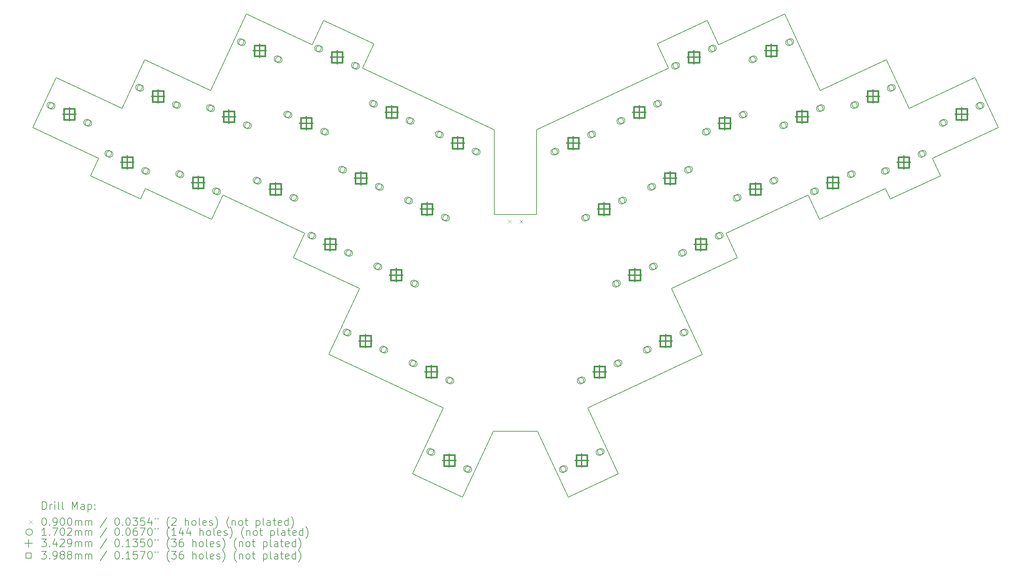
<source format=gbr>
%FSLAX45Y45*%
G04 Gerber Fmt 4.5, Leading zero omitted, Abs format (unit mm)*
G04 Created by KiCad (PCBNEW (5.99.0-13010-g08938463f1)) date 2021-12-30 23:19:25*
%MOMM*%
%LPD*%
G01*
G04 APERTURE LIST*
%TA.AperFunction,Profile*%
%ADD10C,0.150000*%
%TD*%
%ADD11C,0.200000*%
%ADD12C,0.090000*%
%ADD13C,0.170180*%
%ADD14C,0.342900*%
%ADD15C,0.398780*%
G04 APERTURE END LIST*
D10*
X11303259Y-14889868D02*
X12106234Y-13167883D01*
X4335537Y-7447930D02*
X6057521Y-8250904D01*
X21918470Y-8250904D02*
X23640454Y-7447930D01*
X1392992Y-5855123D02*
X3114977Y-6658098D01*
X23640454Y-7447930D02*
X23767240Y-7719822D01*
X13411317Y-13776453D02*
X14564674Y-13776453D01*
X19287048Y-3696256D02*
X21009033Y-2893281D01*
X18057598Y-10051258D02*
X19779583Y-9248283D01*
X14537995Y-5910776D02*
X14537995Y-8124032D01*
X19287048Y-3696256D02*
X18991216Y-3061840D01*
X9994026Y-4304826D02*
X10289859Y-3670411D01*
X23767240Y-7719822D02*
X25072323Y-7111252D01*
X19483750Y-8613868D02*
X21622637Y-7616489D01*
X18991216Y-3061840D02*
X17686132Y-3670411D01*
X6966958Y-2893281D02*
X8688943Y-3696256D01*
X21009033Y-2893281D02*
X21938793Y-4887158D01*
X13437995Y-8124032D02*
X13437995Y-5910776D01*
X21622637Y-7616489D02*
X21918470Y-8250904D01*
X17686132Y-3670411D02*
X17981965Y-4304826D01*
X4208751Y-7719822D02*
X4335537Y-7447930D01*
X8492241Y-8613868D02*
X8196408Y-9248283D01*
X14537995Y-5910776D02*
X17981965Y-4304826D01*
X19779583Y-9248283D02*
X19483750Y-8613868D01*
X2001563Y-4550040D02*
X1392992Y-5855123D01*
X6037198Y-4887158D02*
X6966958Y-2893281D01*
X11303259Y-14889868D02*
X12608342Y-15498438D01*
X6057521Y-8250904D02*
X6353354Y-7616489D01*
X8196408Y-9248283D02*
X9918393Y-10051258D01*
X24861014Y-6658098D02*
X26582999Y-5855123D01*
X4315213Y-4084184D02*
X6037198Y-4887158D01*
X23660778Y-4084184D02*
X24252444Y-5353015D01*
X26582999Y-5855123D02*
X25974428Y-4550040D01*
X14564674Y-13776453D02*
X15367649Y-15498438D01*
X24252444Y-5353015D02*
X25974428Y-4550040D01*
X6353354Y-7616489D02*
X8492241Y-8613868D01*
X9994026Y-4304826D02*
X13437995Y-5910776D01*
X3723547Y-5353015D02*
X4315213Y-4084184D01*
X25072323Y-7111252D02*
X24861014Y-6658098D01*
X15869757Y-13167883D02*
X18860573Y-11773243D01*
X21938793Y-4887158D02*
X23660778Y-4084184D01*
X2903668Y-7111252D02*
X4208751Y-7719822D01*
X3114977Y-6658098D02*
X2903668Y-7111252D01*
X15367649Y-15498438D02*
X16672732Y-14889868D01*
X10289859Y-3670411D02*
X8984776Y-3061840D01*
X14537995Y-8124032D02*
X13437995Y-8124032D01*
X8984776Y-3061840D02*
X8688943Y-3696256D01*
X18057598Y-10051258D02*
X18860573Y-11773243D01*
X9115418Y-11773243D02*
X12106234Y-13167883D01*
X9115418Y-11773243D02*
X9918393Y-10051258D01*
X2001563Y-4550040D02*
X3723547Y-5353015D01*
X15869757Y-13167883D02*
X16672732Y-14889868D01*
X12608342Y-15498438D02*
X13411317Y-13776453D01*
D11*
D12*
X13793000Y-8258000D02*
X13883000Y-8348000D01*
X13883000Y-8258000D02*
X13793000Y-8348000D01*
X14093000Y-8258000D02*
X14183000Y-8348000D01*
X14183000Y-8258000D02*
X14093000Y-8348000D01*
D13*
X1936441Y-5274430D02*
G75*
G03*
X1936441Y-5274430I-85090J0D01*
G01*
X1974506Y-5292180D02*
G75*
G03*
X1974506Y-5292180I-85090J0D01*
G01*
X2895314Y-5721560D02*
G75*
G03*
X2895314Y-5721560I-85090J0D01*
G01*
X2933379Y-5739310D02*
G75*
G03*
X2933379Y-5739310I-85090J0D01*
G01*
X3447111Y-6530560D02*
G75*
G03*
X3447111Y-6530560I-85090J0D01*
G01*
X3485176Y-6548310D02*
G75*
G03*
X3485176Y-6548310I-85090J0D01*
G01*
X4250091Y-4808570D02*
G75*
G03*
X4250091Y-4808570I-85090J0D01*
G01*
X4288156Y-4826320D02*
G75*
G03*
X4288156Y-4826320I-85090J0D01*
G01*
X4405984Y-6977690D02*
G75*
G03*
X4405984Y-6977690I-85090J0D01*
G01*
X4444049Y-6995440D02*
G75*
G03*
X4444049Y-6995440I-85090J0D01*
G01*
X5208964Y-5255700D02*
G75*
G03*
X5208964Y-5255700I-85090J0D01*
G01*
X5247029Y-5273450D02*
G75*
G03*
X5247029Y-5273450I-85090J0D01*
G01*
X5295891Y-7061640D02*
G75*
G03*
X5295891Y-7061640I-85090J0D01*
G01*
X5333956Y-7079390D02*
G75*
G03*
X5333956Y-7079390I-85090J0D01*
G01*
X6098861Y-5339650D02*
G75*
G03*
X6098861Y-5339650I-85090J0D01*
G01*
X6136926Y-5357400D02*
G75*
G03*
X6136926Y-5357400I-85090J0D01*
G01*
X6254764Y-7508770D02*
G75*
G03*
X6254764Y-7508770I-85090J0D01*
G01*
X6292829Y-7526520D02*
G75*
G03*
X6292829Y-7526520I-85090J0D01*
G01*
X6901831Y-3617670D02*
G75*
G03*
X6901831Y-3617670I-85090J0D01*
G01*
X6939896Y-3635420D02*
G75*
G03*
X6939896Y-3635420I-85090J0D01*
G01*
X7057734Y-5786780D02*
G75*
G03*
X7057734Y-5786780I-85090J0D01*
G01*
X7095799Y-5804530D02*
G75*
G03*
X7095799Y-5804530I-85090J0D01*
G01*
X7313701Y-7230200D02*
G75*
G03*
X7313701Y-7230200I-85090J0D01*
G01*
X7351766Y-7247950D02*
G75*
G03*
X7351766Y-7247950I-85090J0D01*
G01*
X7860704Y-4064800D02*
G75*
G03*
X7860704Y-4064800I-85090J0D01*
G01*
X7898769Y-4082550D02*
G75*
G03*
X7898769Y-4082550I-85090J0D01*
G01*
X8116681Y-5508210D02*
G75*
G03*
X8116681Y-5508210I-85090J0D01*
G01*
X8154746Y-5525960D02*
G75*
G03*
X8154746Y-5525960I-85090J0D01*
G01*
X8272574Y-7677330D02*
G75*
G03*
X8272574Y-7677330I-85090J0D01*
G01*
X8310639Y-7695080D02*
G75*
G03*
X8310639Y-7695080I-85090J0D01*
G01*
X8739851Y-8667590D02*
G75*
G03*
X8739851Y-8667590I-85090J0D01*
G01*
X8777916Y-8685340D02*
G75*
G03*
X8777916Y-8685340I-85090J0D01*
G01*
X8919651Y-3786230D02*
G75*
G03*
X8919651Y-3786230I-85090J0D01*
G01*
X8957716Y-3803980D02*
G75*
G03*
X8957716Y-3803980I-85090J0D01*
G01*
X9075554Y-5955340D02*
G75*
G03*
X9075554Y-5955340I-85090J0D01*
G01*
X9113619Y-5973090D02*
G75*
G03*
X9113619Y-5973090I-85090J0D01*
G01*
X9542831Y-6945600D02*
G75*
G03*
X9542831Y-6945600I-85090J0D01*
G01*
X9580896Y-6963350D02*
G75*
G03*
X9580896Y-6963350I-85090J0D01*
G01*
X9658861Y-11192550D02*
G75*
G03*
X9658861Y-11192550I-85090J0D01*
G01*
X9696926Y-11210300D02*
G75*
G03*
X9696926Y-11210300I-85090J0D01*
G01*
X9698724Y-9114720D02*
G75*
G03*
X9698724Y-9114720I-85090J0D01*
G01*
X9736789Y-9132470D02*
G75*
G03*
X9736789Y-9132470I-85090J0D01*
G01*
X9878524Y-4233360D02*
G75*
G03*
X9878524Y-4233360I-85090J0D01*
G01*
X9916589Y-4251110D02*
G75*
G03*
X9916589Y-4251110I-85090J0D01*
G01*
X10345801Y-5223620D02*
G75*
G03*
X10345801Y-5223620I-85090J0D01*
G01*
X10383866Y-5241370D02*
G75*
G03*
X10383866Y-5241370I-85090J0D01*
G01*
X10461841Y-9470560D02*
G75*
G03*
X10461841Y-9470560I-85090J0D01*
G01*
X10499906Y-9488310D02*
G75*
G03*
X10499906Y-9488310I-85090J0D01*
G01*
X10501704Y-7392730D02*
G75*
G03*
X10501704Y-7392730I-85090J0D01*
G01*
X10539769Y-7410480D02*
G75*
G03*
X10539769Y-7410480I-85090J0D01*
G01*
X10617734Y-11639680D02*
G75*
G03*
X10617734Y-11639680I-85090J0D01*
G01*
X10655799Y-11657430D02*
G75*
G03*
X10655799Y-11657430I-85090J0D01*
G01*
X11264811Y-7748580D02*
G75*
G03*
X11264811Y-7748580I-85090J0D01*
G01*
X11302876Y-7766330D02*
G75*
G03*
X11302876Y-7766330I-85090J0D01*
G01*
X11304674Y-5670750D02*
G75*
G03*
X11304674Y-5670750I-85090J0D01*
G01*
X11342739Y-5688500D02*
G75*
G03*
X11342739Y-5688500I-85090J0D01*
G01*
X11380851Y-11995520D02*
G75*
G03*
X11380851Y-11995520I-85090J0D01*
G01*
X11418916Y-12013270D02*
G75*
G03*
X11418916Y-12013270I-85090J0D01*
G01*
X11420714Y-9917690D02*
G75*
G03*
X11420714Y-9917690I-85090J0D01*
G01*
X11458779Y-9935440D02*
G75*
G03*
X11458779Y-9935440I-85090J0D01*
G01*
X11846711Y-14309170D02*
G75*
G03*
X11846711Y-14309170I-85090J0D01*
G01*
X11884776Y-14326920D02*
G75*
G03*
X11884776Y-14326920I-85090J0D01*
G01*
X12067791Y-6026590D02*
G75*
G03*
X12067791Y-6026590I-85090J0D01*
G01*
X12105856Y-6044340D02*
G75*
G03*
X12105856Y-6044340I-85090J0D01*
G01*
X12223684Y-8195710D02*
G75*
G03*
X12223684Y-8195710I-85090J0D01*
G01*
X12261749Y-8213460D02*
G75*
G03*
X12261749Y-8213460I-85090J0D01*
G01*
X12339724Y-12442650D02*
G75*
G03*
X12339724Y-12442650I-85090J0D01*
G01*
X12377789Y-12460400D02*
G75*
G03*
X12377789Y-12460400I-85090J0D01*
G01*
X12805584Y-14756300D02*
G75*
G03*
X12805584Y-14756300I-85090J0D01*
G01*
X12843649Y-14774050D02*
G75*
G03*
X12843649Y-14774050I-85090J0D01*
G01*
X13026664Y-6473720D02*
G75*
G03*
X13026664Y-6473720I-85090J0D01*
G01*
X13064729Y-6491470D02*
G75*
G03*
X13064729Y-6491470I-85090J0D01*
G01*
X15081441Y-6491470D02*
G75*
G03*
X15081441Y-6491470I-85090J0D01*
G01*
X15119506Y-6473720D02*
G75*
G03*
X15119506Y-6473720I-85090J0D01*
G01*
X15302531Y-14774050D02*
G75*
G03*
X15302531Y-14774050I-85090J0D01*
G01*
X15340596Y-14756300D02*
G75*
G03*
X15340596Y-14756300I-85090J0D01*
G01*
X15768381Y-12460400D02*
G75*
G03*
X15768381Y-12460400I-85090J0D01*
G01*
X15806446Y-12442650D02*
G75*
G03*
X15806446Y-12442650I-85090J0D01*
G01*
X15884421Y-8213460D02*
G75*
G03*
X15884421Y-8213460I-85090J0D01*
G01*
X15922486Y-8195710D02*
G75*
G03*
X15922486Y-8195710I-85090J0D01*
G01*
X16040314Y-6044340D02*
G75*
G03*
X16040314Y-6044340I-85090J0D01*
G01*
X16078379Y-6026590D02*
G75*
G03*
X16078379Y-6026590I-85090J0D01*
G01*
X16261404Y-14326920D02*
G75*
G03*
X16261404Y-14326920I-85090J0D01*
G01*
X16299469Y-14309170D02*
G75*
G03*
X16299469Y-14309170I-85090J0D01*
G01*
X16687391Y-9935440D02*
G75*
G03*
X16687391Y-9935440I-85090J0D01*
G01*
X16725456Y-9917690D02*
G75*
G03*
X16725456Y-9917690I-85090J0D01*
G01*
X16727254Y-12013270D02*
G75*
G03*
X16727254Y-12013270I-85090J0D01*
G01*
X16765319Y-11995520D02*
G75*
G03*
X16765319Y-11995520I-85090J0D01*
G01*
X16803431Y-5688500D02*
G75*
G03*
X16803431Y-5688500I-85090J0D01*
G01*
X16841496Y-5670750D02*
G75*
G03*
X16841496Y-5670750I-85090J0D01*
G01*
X16843294Y-7766330D02*
G75*
G03*
X16843294Y-7766330I-85090J0D01*
G01*
X16881359Y-7748580D02*
G75*
G03*
X16881359Y-7748580I-85090J0D01*
G01*
X17490371Y-11657430D02*
G75*
G03*
X17490371Y-11657430I-85090J0D01*
G01*
X17528436Y-11639680D02*
G75*
G03*
X17528436Y-11639680I-85090J0D01*
G01*
X17606401Y-7410480D02*
G75*
G03*
X17606401Y-7410480I-85090J0D01*
G01*
X17644466Y-7392730D02*
G75*
G03*
X17644466Y-7392730I-85090J0D01*
G01*
X17646264Y-9488310D02*
G75*
G03*
X17646264Y-9488310I-85090J0D01*
G01*
X17684329Y-9470560D02*
G75*
G03*
X17684329Y-9470560I-85090J0D01*
G01*
X17762304Y-5241370D02*
G75*
G03*
X17762304Y-5241370I-85090J0D01*
G01*
X17800369Y-5223620D02*
G75*
G03*
X17800369Y-5223620I-85090J0D01*
G01*
X18229581Y-4251110D02*
G75*
G03*
X18229581Y-4251110I-85090J0D01*
G01*
X18267646Y-4233360D02*
G75*
G03*
X18267646Y-4233360I-85090J0D01*
G01*
X18409381Y-9132470D02*
G75*
G03*
X18409381Y-9132470I-85090J0D01*
G01*
X18447446Y-9114720D02*
G75*
G03*
X18447446Y-9114720I-85090J0D01*
G01*
X18449244Y-11210300D02*
G75*
G03*
X18449244Y-11210300I-85090J0D01*
G01*
X18487309Y-11192550D02*
G75*
G03*
X18487309Y-11192550I-85090J0D01*
G01*
X18565274Y-6963350D02*
G75*
G03*
X18565274Y-6963350I-85090J0D01*
G01*
X18603339Y-6945600D02*
G75*
G03*
X18603339Y-6945600I-85090J0D01*
G01*
X19032551Y-5973090D02*
G75*
G03*
X19032551Y-5973090I-85090J0D01*
G01*
X19070616Y-5955340D02*
G75*
G03*
X19070616Y-5955340I-85090J0D01*
G01*
X19188454Y-3803980D02*
G75*
G03*
X19188454Y-3803980I-85090J0D01*
G01*
X19226519Y-3786230D02*
G75*
G03*
X19226519Y-3786230I-85090J0D01*
G01*
X19368254Y-8685340D02*
G75*
G03*
X19368254Y-8685340I-85090J0D01*
G01*
X19406319Y-8667590D02*
G75*
G03*
X19406319Y-8667590I-85090J0D01*
G01*
X19835531Y-7695080D02*
G75*
G03*
X19835531Y-7695080I-85090J0D01*
G01*
X19873596Y-7677330D02*
G75*
G03*
X19873596Y-7677330I-85090J0D01*
G01*
X19991424Y-5525960D02*
G75*
G03*
X19991424Y-5525960I-85090J0D01*
G01*
X20029489Y-5508210D02*
G75*
G03*
X20029489Y-5508210I-85090J0D01*
G01*
X20247401Y-4082550D02*
G75*
G03*
X20247401Y-4082550I-85090J0D01*
G01*
X20285466Y-4064800D02*
G75*
G03*
X20285466Y-4064800I-85090J0D01*
G01*
X20794404Y-7247950D02*
G75*
G03*
X20794404Y-7247950I-85090J0D01*
G01*
X20832469Y-7230200D02*
G75*
G03*
X20832469Y-7230200I-85090J0D01*
G01*
X21050371Y-5804530D02*
G75*
G03*
X21050371Y-5804530I-85090J0D01*
G01*
X21088436Y-5786780D02*
G75*
G03*
X21088436Y-5786780I-85090J0D01*
G01*
X21206274Y-3635420D02*
G75*
G03*
X21206274Y-3635420I-85090J0D01*
G01*
X21244339Y-3617670D02*
G75*
G03*
X21244339Y-3617670I-85090J0D01*
G01*
X21853351Y-7526520D02*
G75*
G03*
X21853351Y-7526520I-85090J0D01*
G01*
X21891416Y-7508770D02*
G75*
G03*
X21891416Y-7508770I-85090J0D01*
G01*
X22009244Y-5357400D02*
G75*
G03*
X22009244Y-5357400I-85090J0D01*
G01*
X22047309Y-5339650D02*
G75*
G03*
X22047309Y-5339650I-85090J0D01*
G01*
X22812224Y-7079390D02*
G75*
G03*
X22812224Y-7079390I-85090J0D01*
G01*
X22850289Y-7061640D02*
G75*
G03*
X22850289Y-7061640I-85090J0D01*
G01*
X22899141Y-5273450D02*
G75*
G03*
X22899141Y-5273450I-85090J0D01*
G01*
X22937206Y-5255700D02*
G75*
G03*
X22937206Y-5255700I-85090J0D01*
G01*
X23702121Y-6995440D02*
G75*
G03*
X23702121Y-6995440I-85090J0D01*
G01*
X23740186Y-6977690D02*
G75*
G03*
X23740186Y-6977690I-85090J0D01*
G01*
X23858014Y-4826320D02*
G75*
G03*
X23858014Y-4826320I-85090J0D01*
G01*
X23896079Y-4808570D02*
G75*
G03*
X23896079Y-4808570I-85090J0D01*
G01*
X24660994Y-6548310D02*
G75*
G03*
X24660994Y-6548310I-85090J0D01*
G01*
X24699059Y-6530560D02*
G75*
G03*
X24699059Y-6530560I-85090J0D01*
G01*
X25212791Y-5739310D02*
G75*
G03*
X25212791Y-5739310I-85090J0D01*
G01*
X25250856Y-5721560D02*
G75*
G03*
X25250856Y-5721560I-85090J0D01*
G01*
X26171664Y-5292180D02*
G75*
G03*
X26171664Y-5292180I-85090J0D01*
G01*
X26209729Y-5274430D02*
G75*
G03*
X26209729Y-5274430I-85090J0D01*
G01*
D14*
X2349820Y-5335420D02*
X2349820Y-5678320D01*
X2178370Y-5506870D02*
X2521270Y-5506870D01*
X3860490Y-6591550D02*
X3860490Y-6934450D01*
X3689040Y-6763000D02*
X4031940Y-6763000D01*
X4663470Y-4869560D02*
X4663470Y-5212460D01*
X4492020Y-5041010D02*
X4834920Y-5041010D01*
X5709270Y-7122630D02*
X5709270Y-7465530D01*
X5537820Y-7294080D02*
X5880720Y-7294080D01*
X6512240Y-5400640D02*
X6512240Y-5743540D01*
X6340790Y-5572090D02*
X6683690Y-5572090D01*
X7315210Y-3678660D02*
X7315210Y-4021560D01*
X7143760Y-3850110D02*
X7486660Y-3850110D01*
X7727080Y-7291190D02*
X7727080Y-7634090D01*
X7555630Y-7462640D02*
X7898530Y-7462640D01*
X8530060Y-5569200D02*
X8530060Y-5912100D01*
X8358610Y-5740650D02*
X8701510Y-5740650D01*
X9153230Y-8728580D02*
X9153230Y-9071480D01*
X8981780Y-8900030D02*
X9324680Y-8900030D01*
X9333030Y-3847220D02*
X9333030Y-4190120D01*
X9161580Y-4018670D02*
X9504480Y-4018670D01*
X9956210Y-7006590D02*
X9956210Y-7349490D01*
X9784760Y-7178040D02*
X10127660Y-7178040D01*
X10072240Y-11253540D02*
X10072240Y-11596440D01*
X9900790Y-11424990D02*
X10243690Y-11424990D01*
X10759180Y-5284610D02*
X10759180Y-5627510D01*
X10587730Y-5456060D02*
X10930630Y-5456060D01*
X10875220Y-9531550D02*
X10875220Y-9874450D01*
X10703770Y-9703000D02*
X11046670Y-9703000D01*
X11678190Y-7809570D02*
X11678190Y-8152470D01*
X11506740Y-7981020D02*
X11849640Y-7981020D01*
X11794230Y-12056510D02*
X11794230Y-12399410D01*
X11622780Y-12227960D02*
X11965680Y-12227960D01*
X12260090Y-14370160D02*
X12260090Y-14713060D01*
X12088640Y-14541610D02*
X12431540Y-14541610D01*
X12481170Y-6087580D02*
X12481170Y-6430480D01*
X12309720Y-6259030D02*
X12652620Y-6259030D01*
X15494820Y-6087580D02*
X15494820Y-6430480D01*
X15323370Y-6259030D02*
X15666270Y-6259030D01*
X15715910Y-14370160D02*
X15715910Y-14713060D01*
X15544460Y-14541610D02*
X15887360Y-14541610D01*
X16181760Y-12056510D02*
X16181760Y-12399410D01*
X16010310Y-12227960D02*
X16353210Y-12227960D01*
X16297800Y-7809570D02*
X16297800Y-8152470D01*
X16126350Y-7981020D02*
X16469250Y-7981020D01*
X17100770Y-9531550D02*
X17100770Y-9874450D01*
X16929320Y-9703000D02*
X17272220Y-9703000D01*
X17216810Y-5284610D02*
X17216810Y-5627510D01*
X17045360Y-5456060D02*
X17388260Y-5456060D01*
X17903750Y-11253540D02*
X17903750Y-11596440D01*
X17732300Y-11424990D02*
X18075200Y-11424990D01*
X18019780Y-7006590D02*
X18019780Y-7349490D01*
X17848330Y-7178040D02*
X18191230Y-7178040D01*
X18642960Y-3847220D02*
X18642960Y-4190120D01*
X18471510Y-4018670D02*
X18814410Y-4018670D01*
X18822760Y-8728580D02*
X18822760Y-9071480D01*
X18651310Y-8900030D02*
X18994210Y-8900030D01*
X19445930Y-5569200D02*
X19445930Y-5912100D01*
X19274480Y-5740650D02*
X19617380Y-5740650D01*
X20248910Y-7291190D02*
X20248910Y-7634090D01*
X20077460Y-7462640D02*
X20420360Y-7462640D01*
X20660780Y-3678660D02*
X20660780Y-4021560D01*
X20489330Y-3850110D02*
X20832230Y-3850110D01*
X21463750Y-5400640D02*
X21463750Y-5743540D01*
X21292300Y-5572090D02*
X21635200Y-5572090D01*
X22266730Y-7122630D02*
X22266730Y-7465530D01*
X22095280Y-7294080D02*
X22438180Y-7294080D01*
X23312520Y-4869560D02*
X23312520Y-5212460D01*
X23141070Y-5041010D02*
X23483970Y-5041010D01*
X24115500Y-6591550D02*
X24115500Y-6934450D01*
X23944050Y-6763000D02*
X24286950Y-6763000D01*
X25626170Y-5335420D02*
X25626170Y-5678320D01*
X25454720Y-5506870D02*
X25797620Y-5506870D01*
D15*
X2490811Y-5647861D02*
X2490811Y-5365879D01*
X2208829Y-5365879D01*
X2208829Y-5647861D01*
X2490811Y-5647861D01*
X4001481Y-6903991D02*
X4001481Y-6622009D01*
X3719499Y-6622009D01*
X3719499Y-6903991D01*
X4001481Y-6903991D01*
X4804461Y-5182001D02*
X4804461Y-4900019D01*
X4522479Y-4900019D01*
X4522479Y-5182001D01*
X4804461Y-5182001D01*
X5850261Y-7435071D02*
X5850261Y-7153089D01*
X5568279Y-7153089D01*
X5568279Y-7435071D01*
X5850261Y-7435071D01*
X6653231Y-5713081D02*
X6653231Y-5431099D01*
X6371249Y-5431099D01*
X6371249Y-5713081D01*
X6653231Y-5713081D01*
X7456201Y-3991101D02*
X7456201Y-3709119D01*
X7174219Y-3709119D01*
X7174219Y-3991101D01*
X7456201Y-3991101D01*
X7868071Y-7603631D02*
X7868071Y-7321649D01*
X7586089Y-7321649D01*
X7586089Y-7603631D01*
X7868071Y-7603631D01*
X8671051Y-5881641D02*
X8671051Y-5599659D01*
X8389069Y-5599659D01*
X8389069Y-5881641D01*
X8671051Y-5881641D01*
X9294221Y-9041021D02*
X9294221Y-8759039D01*
X9012239Y-8759039D01*
X9012239Y-9041021D01*
X9294221Y-9041021D01*
X9474021Y-4159661D02*
X9474021Y-3877679D01*
X9192039Y-3877679D01*
X9192039Y-4159661D01*
X9474021Y-4159661D01*
X10097201Y-7319031D02*
X10097201Y-7037049D01*
X9815219Y-7037049D01*
X9815219Y-7319031D01*
X10097201Y-7319031D01*
X10213231Y-11565981D02*
X10213231Y-11283999D01*
X9931249Y-11283999D01*
X9931249Y-11565981D01*
X10213231Y-11565981D01*
X10900171Y-5597051D02*
X10900171Y-5315069D01*
X10618189Y-5315069D01*
X10618189Y-5597051D01*
X10900171Y-5597051D01*
X11016211Y-9843991D02*
X11016211Y-9562009D01*
X10734229Y-9562009D01*
X10734229Y-9843991D01*
X11016211Y-9843991D01*
X11819181Y-8122011D02*
X11819181Y-7840029D01*
X11537199Y-7840029D01*
X11537199Y-8122011D01*
X11819181Y-8122011D01*
X11935221Y-12368951D02*
X11935221Y-12086969D01*
X11653239Y-12086969D01*
X11653239Y-12368951D01*
X11935221Y-12368951D01*
X12401081Y-14682601D02*
X12401081Y-14400619D01*
X12119099Y-14400619D01*
X12119099Y-14682601D01*
X12401081Y-14682601D01*
X12622161Y-6400021D02*
X12622161Y-6118039D01*
X12340179Y-6118039D01*
X12340179Y-6400021D01*
X12622161Y-6400021D01*
X15635811Y-6400021D02*
X15635811Y-6118039D01*
X15353829Y-6118039D01*
X15353829Y-6400021D01*
X15635811Y-6400021D01*
X15856901Y-14682601D02*
X15856901Y-14400619D01*
X15574919Y-14400619D01*
X15574919Y-14682601D01*
X15856901Y-14682601D01*
X16322751Y-12368951D02*
X16322751Y-12086969D01*
X16040769Y-12086969D01*
X16040769Y-12368951D01*
X16322751Y-12368951D01*
X16438791Y-8122011D02*
X16438791Y-7840029D01*
X16156809Y-7840029D01*
X16156809Y-8122011D01*
X16438791Y-8122011D01*
X17241761Y-9843991D02*
X17241761Y-9562009D01*
X16959779Y-9562009D01*
X16959779Y-9843991D01*
X17241761Y-9843991D01*
X17357801Y-5597051D02*
X17357801Y-5315069D01*
X17075819Y-5315069D01*
X17075819Y-5597051D01*
X17357801Y-5597051D01*
X18044741Y-11565981D02*
X18044741Y-11283999D01*
X17762759Y-11283999D01*
X17762759Y-11565981D01*
X18044741Y-11565981D01*
X18160771Y-7319031D02*
X18160771Y-7037049D01*
X17878789Y-7037049D01*
X17878789Y-7319031D01*
X18160771Y-7319031D01*
X18783951Y-4159661D02*
X18783951Y-3877679D01*
X18501969Y-3877679D01*
X18501969Y-4159661D01*
X18783951Y-4159661D01*
X18963751Y-9041021D02*
X18963751Y-8759039D01*
X18681769Y-8759039D01*
X18681769Y-9041021D01*
X18963751Y-9041021D01*
X19586921Y-5881641D02*
X19586921Y-5599659D01*
X19304939Y-5599659D01*
X19304939Y-5881641D01*
X19586921Y-5881641D01*
X20389901Y-7603631D02*
X20389901Y-7321649D01*
X20107919Y-7321649D01*
X20107919Y-7603631D01*
X20389901Y-7603631D01*
X20801771Y-3991101D02*
X20801771Y-3709119D01*
X20519789Y-3709119D01*
X20519789Y-3991101D01*
X20801771Y-3991101D01*
X21604741Y-5713081D02*
X21604741Y-5431099D01*
X21322759Y-5431099D01*
X21322759Y-5713081D01*
X21604741Y-5713081D01*
X22407721Y-7435071D02*
X22407721Y-7153089D01*
X22125739Y-7153089D01*
X22125739Y-7435071D01*
X22407721Y-7435071D01*
X23453511Y-5182001D02*
X23453511Y-4900019D01*
X23171529Y-4900019D01*
X23171529Y-5182001D01*
X23453511Y-5182001D01*
X24256491Y-6903991D02*
X24256491Y-6622009D01*
X23974509Y-6622009D01*
X23974509Y-6903991D01*
X24256491Y-6903991D01*
X25767161Y-5647861D02*
X25767161Y-5365879D01*
X25485179Y-5365879D01*
X25485179Y-5647861D01*
X25767161Y-5647861D01*
D11*
X1643111Y-15816414D02*
X1643111Y-15616414D01*
X1690730Y-15616414D01*
X1719302Y-15625938D01*
X1738349Y-15644986D01*
X1747873Y-15664033D01*
X1757397Y-15702129D01*
X1757397Y-15730700D01*
X1747873Y-15768795D01*
X1738349Y-15787843D01*
X1719302Y-15806891D01*
X1690730Y-15816414D01*
X1643111Y-15816414D01*
X1843111Y-15816414D02*
X1843111Y-15683081D01*
X1843111Y-15721176D02*
X1852635Y-15702129D01*
X1862159Y-15692605D01*
X1881206Y-15683081D01*
X1900254Y-15683081D01*
X1966921Y-15816414D02*
X1966921Y-15683081D01*
X1966921Y-15616414D02*
X1957397Y-15625938D01*
X1966921Y-15635462D01*
X1976445Y-15625938D01*
X1966921Y-15616414D01*
X1966921Y-15635462D01*
X2090730Y-15816414D02*
X2071683Y-15806891D01*
X2062159Y-15787843D01*
X2062159Y-15616414D01*
X2195492Y-15816414D02*
X2176445Y-15806891D01*
X2166921Y-15787843D01*
X2166921Y-15616414D01*
X2424064Y-15816414D02*
X2424064Y-15616414D01*
X2490730Y-15759272D01*
X2557397Y-15616414D01*
X2557397Y-15816414D01*
X2738349Y-15816414D02*
X2738349Y-15711652D01*
X2728826Y-15692605D01*
X2709778Y-15683081D01*
X2671683Y-15683081D01*
X2652635Y-15692605D01*
X2738349Y-15806891D02*
X2719302Y-15816414D01*
X2671683Y-15816414D01*
X2652635Y-15806891D01*
X2643111Y-15787843D01*
X2643111Y-15768795D01*
X2652635Y-15749748D01*
X2671683Y-15740224D01*
X2719302Y-15740224D01*
X2738349Y-15730700D01*
X2833587Y-15683081D02*
X2833587Y-15883081D01*
X2833587Y-15692605D02*
X2852635Y-15683081D01*
X2890730Y-15683081D01*
X2909778Y-15692605D01*
X2919302Y-15702129D01*
X2928826Y-15721176D01*
X2928826Y-15778319D01*
X2919302Y-15797367D01*
X2909778Y-15806891D01*
X2890730Y-15816414D01*
X2852635Y-15816414D01*
X2833587Y-15806891D01*
X3014540Y-15797367D02*
X3024064Y-15806891D01*
X3014540Y-15816414D01*
X3005016Y-15806891D01*
X3014540Y-15797367D01*
X3014540Y-15816414D01*
X3014540Y-15692605D02*
X3024064Y-15702129D01*
X3014540Y-15711652D01*
X3005016Y-15702129D01*
X3014540Y-15692605D01*
X3014540Y-15711652D01*
D12*
X1295492Y-16100938D02*
X1385492Y-16190938D01*
X1385492Y-16100938D02*
X1295492Y-16190938D01*
D11*
X1681206Y-16036414D02*
X1700254Y-16036414D01*
X1719302Y-16045938D01*
X1728826Y-16055462D01*
X1738349Y-16074510D01*
X1747873Y-16112605D01*
X1747873Y-16160224D01*
X1738349Y-16198319D01*
X1728826Y-16217367D01*
X1719302Y-16226891D01*
X1700254Y-16236414D01*
X1681206Y-16236414D01*
X1662159Y-16226891D01*
X1652635Y-16217367D01*
X1643111Y-16198319D01*
X1633587Y-16160224D01*
X1633587Y-16112605D01*
X1643111Y-16074510D01*
X1652635Y-16055462D01*
X1662159Y-16045938D01*
X1681206Y-16036414D01*
X1833587Y-16217367D02*
X1843111Y-16226891D01*
X1833587Y-16236414D01*
X1824064Y-16226891D01*
X1833587Y-16217367D01*
X1833587Y-16236414D01*
X1938349Y-16236414D02*
X1976445Y-16236414D01*
X1995492Y-16226891D01*
X2005016Y-16217367D01*
X2024064Y-16188795D01*
X2033587Y-16150700D01*
X2033587Y-16074510D01*
X2024064Y-16055462D01*
X2014540Y-16045938D01*
X1995492Y-16036414D01*
X1957397Y-16036414D01*
X1938349Y-16045938D01*
X1928826Y-16055462D01*
X1919302Y-16074510D01*
X1919302Y-16122129D01*
X1928826Y-16141176D01*
X1938349Y-16150700D01*
X1957397Y-16160224D01*
X1995492Y-16160224D01*
X2014540Y-16150700D01*
X2024064Y-16141176D01*
X2033587Y-16122129D01*
X2157397Y-16036414D02*
X2176445Y-16036414D01*
X2195492Y-16045938D01*
X2205016Y-16055462D01*
X2214540Y-16074510D01*
X2224064Y-16112605D01*
X2224064Y-16160224D01*
X2214540Y-16198319D01*
X2205016Y-16217367D01*
X2195492Y-16226891D01*
X2176445Y-16236414D01*
X2157397Y-16236414D01*
X2138349Y-16226891D01*
X2128826Y-16217367D01*
X2119302Y-16198319D01*
X2109778Y-16160224D01*
X2109778Y-16112605D01*
X2119302Y-16074510D01*
X2128826Y-16055462D01*
X2138349Y-16045938D01*
X2157397Y-16036414D01*
X2347873Y-16036414D02*
X2366921Y-16036414D01*
X2385968Y-16045938D01*
X2395492Y-16055462D01*
X2405016Y-16074510D01*
X2414540Y-16112605D01*
X2414540Y-16160224D01*
X2405016Y-16198319D01*
X2395492Y-16217367D01*
X2385968Y-16226891D01*
X2366921Y-16236414D01*
X2347873Y-16236414D01*
X2328826Y-16226891D01*
X2319302Y-16217367D01*
X2309778Y-16198319D01*
X2300254Y-16160224D01*
X2300254Y-16112605D01*
X2309778Y-16074510D01*
X2319302Y-16055462D01*
X2328826Y-16045938D01*
X2347873Y-16036414D01*
X2500254Y-16236414D02*
X2500254Y-16103081D01*
X2500254Y-16122129D02*
X2509778Y-16112605D01*
X2528826Y-16103081D01*
X2557397Y-16103081D01*
X2576445Y-16112605D01*
X2585968Y-16131652D01*
X2585968Y-16236414D01*
X2585968Y-16131652D02*
X2595492Y-16112605D01*
X2614540Y-16103081D01*
X2643111Y-16103081D01*
X2662159Y-16112605D01*
X2671683Y-16131652D01*
X2671683Y-16236414D01*
X2766921Y-16236414D02*
X2766921Y-16103081D01*
X2766921Y-16122129D02*
X2776445Y-16112605D01*
X2795492Y-16103081D01*
X2824064Y-16103081D01*
X2843111Y-16112605D01*
X2852635Y-16131652D01*
X2852635Y-16236414D01*
X2852635Y-16131652D02*
X2862159Y-16112605D01*
X2881206Y-16103081D01*
X2909778Y-16103081D01*
X2928826Y-16112605D01*
X2938349Y-16131652D01*
X2938349Y-16236414D01*
X3328826Y-16026891D02*
X3157397Y-16284033D01*
X3585968Y-16036414D02*
X3605016Y-16036414D01*
X3624064Y-16045938D01*
X3633587Y-16055462D01*
X3643111Y-16074510D01*
X3652635Y-16112605D01*
X3652635Y-16160224D01*
X3643111Y-16198319D01*
X3633587Y-16217367D01*
X3624064Y-16226891D01*
X3605016Y-16236414D01*
X3585968Y-16236414D01*
X3566921Y-16226891D01*
X3557397Y-16217367D01*
X3547873Y-16198319D01*
X3538349Y-16160224D01*
X3538349Y-16112605D01*
X3547873Y-16074510D01*
X3557397Y-16055462D01*
X3566921Y-16045938D01*
X3585968Y-16036414D01*
X3738349Y-16217367D02*
X3747873Y-16226891D01*
X3738349Y-16236414D01*
X3728826Y-16226891D01*
X3738349Y-16217367D01*
X3738349Y-16236414D01*
X3871683Y-16036414D02*
X3890730Y-16036414D01*
X3909778Y-16045938D01*
X3919302Y-16055462D01*
X3928826Y-16074510D01*
X3938349Y-16112605D01*
X3938349Y-16160224D01*
X3928826Y-16198319D01*
X3919302Y-16217367D01*
X3909778Y-16226891D01*
X3890730Y-16236414D01*
X3871683Y-16236414D01*
X3852635Y-16226891D01*
X3843111Y-16217367D01*
X3833587Y-16198319D01*
X3824064Y-16160224D01*
X3824064Y-16112605D01*
X3833587Y-16074510D01*
X3843111Y-16055462D01*
X3852635Y-16045938D01*
X3871683Y-16036414D01*
X4005016Y-16036414D02*
X4128826Y-16036414D01*
X4062159Y-16112605D01*
X4090730Y-16112605D01*
X4109778Y-16122129D01*
X4119302Y-16131652D01*
X4128826Y-16150700D01*
X4128826Y-16198319D01*
X4119302Y-16217367D01*
X4109778Y-16226891D01*
X4090730Y-16236414D01*
X4033587Y-16236414D01*
X4014540Y-16226891D01*
X4005016Y-16217367D01*
X4309778Y-16036414D02*
X4214540Y-16036414D01*
X4205016Y-16131652D01*
X4214540Y-16122129D01*
X4233588Y-16112605D01*
X4281207Y-16112605D01*
X4300254Y-16122129D01*
X4309778Y-16131652D01*
X4319302Y-16150700D01*
X4319302Y-16198319D01*
X4309778Y-16217367D01*
X4300254Y-16226891D01*
X4281207Y-16236414D01*
X4233588Y-16236414D01*
X4214540Y-16226891D01*
X4205016Y-16217367D01*
X4490730Y-16103081D02*
X4490730Y-16236414D01*
X4443111Y-16026891D02*
X4395492Y-16169748D01*
X4519302Y-16169748D01*
X4585968Y-16036414D02*
X4585968Y-16074510D01*
X4662159Y-16036414D02*
X4662159Y-16074510D01*
X4957397Y-16312605D02*
X4947873Y-16303081D01*
X4928826Y-16274510D01*
X4919302Y-16255462D01*
X4909778Y-16226891D01*
X4900254Y-16179272D01*
X4900254Y-16141176D01*
X4909778Y-16093557D01*
X4919302Y-16064986D01*
X4928826Y-16045938D01*
X4947873Y-16017367D01*
X4957397Y-16007843D01*
X5024064Y-16055462D02*
X5033588Y-16045938D01*
X5052635Y-16036414D01*
X5100254Y-16036414D01*
X5119302Y-16045938D01*
X5128826Y-16055462D01*
X5138349Y-16074510D01*
X5138349Y-16093557D01*
X5128826Y-16122129D01*
X5014540Y-16236414D01*
X5138349Y-16236414D01*
X5376445Y-16236414D02*
X5376445Y-16036414D01*
X5462159Y-16236414D02*
X5462159Y-16131652D01*
X5452635Y-16112605D01*
X5433588Y-16103081D01*
X5405016Y-16103081D01*
X5385968Y-16112605D01*
X5376445Y-16122129D01*
X5585968Y-16236414D02*
X5566921Y-16226891D01*
X5557397Y-16217367D01*
X5547873Y-16198319D01*
X5547873Y-16141176D01*
X5557397Y-16122129D01*
X5566921Y-16112605D01*
X5585968Y-16103081D01*
X5614540Y-16103081D01*
X5633587Y-16112605D01*
X5643111Y-16122129D01*
X5652635Y-16141176D01*
X5652635Y-16198319D01*
X5643111Y-16217367D01*
X5633587Y-16226891D01*
X5614540Y-16236414D01*
X5585968Y-16236414D01*
X5766921Y-16236414D02*
X5747873Y-16226891D01*
X5738349Y-16207843D01*
X5738349Y-16036414D01*
X5919302Y-16226891D02*
X5900254Y-16236414D01*
X5862159Y-16236414D01*
X5843111Y-16226891D01*
X5833587Y-16207843D01*
X5833587Y-16131652D01*
X5843111Y-16112605D01*
X5862159Y-16103081D01*
X5900254Y-16103081D01*
X5919302Y-16112605D01*
X5928826Y-16131652D01*
X5928826Y-16150700D01*
X5833587Y-16169748D01*
X6005016Y-16226891D02*
X6024064Y-16236414D01*
X6062159Y-16236414D01*
X6081206Y-16226891D01*
X6090730Y-16207843D01*
X6090730Y-16198319D01*
X6081206Y-16179272D01*
X6062159Y-16169748D01*
X6033587Y-16169748D01*
X6014540Y-16160224D01*
X6005016Y-16141176D01*
X6005016Y-16131652D01*
X6014540Y-16112605D01*
X6033587Y-16103081D01*
X6062159Y-16103081D01*
X6081206Y-16112605D01*
X6157397Y-16312605D02*
X6166921Y-16303081D01*
X6185968Y-16274510D01*
X6195492Y-16255462D01*
X6205016Y-16226891D01*
X6214540Y-16179272D01*
X6214540Y-16141176D01*
X6205016Y-16093557D01*
X6195492Y-16064986D01*
X6185968Y-16045938D01*
X6166921Y-16017367D01*
X6157397Y-16007843D01*
X6519302Y-16312605D02*
X6509778Y-16303081D01*
X6490730Y-16274510D01*
X6481206Y-16255462D01*
X6471683Y-16226891D01*
X6462159Y-16179272D01*
X6462159Y-16141176D01*
X6471683Y-16093557D01*
X6481206Y-16064986D01*
X6490730Y-16045938D01*
X6509778Y-16017367D01*
X6519302Y-16007843D01*
X6595492Y-16103081D02*
X6595492Y-16236414D01*
X6595492Y-16122129D02*
X6605016Y-16112605D01*
X6624064Y-16103081D01*
X6652635Y-16103081D01*
X6671683Y-16112605D01*
X6681206Y-16131652D01*
X6681206Y-16236414D01*
X6805016Y-16236414D02*
X6785968Y-16226891D01*
X6776445Y-16217367D01*
X6766921Y-16198319D01*
X6766921Y-16141176D01*
X6776445Y-16122129D01*
X6785968Y-16112605D01*
X6805016Y-16103081D01*
X6833587Y-16103081D01*
X6852635Y-16112605D01*
X6862159Y-16122129D01*
X6871683Y-16141176D01*
X6871683Y-16198319D01*
X6862159Y-16217367D01*
X6852635Y-16226891D01*
X6833587Y-16236414D01*
X6805016Y-16236414D01*
X6928826Y-16103081D02*
X7005016Y-16103081D01*
X6957397Y-16036414D02*
X6957397Y-16207843D01*
X6966921Y-16226891D01*
X6985968Y-16236414D01*
X7005016Y-16236414D01*
X7224064Y-16103081D02*
X7224064Y-16303081D01*
X7224064Y-16112605D02*
X7243111Y-16103081D01*
X7281206Y-16103081D01*
X7300254Y-16112605D01*
X7309778Y-16122129D01*
X7319302Y-16141176D01*
X7319302Y-16198319D01*
X7309778Y-16217367D01*
X7300254Y-16226891D01*
X7281206Y-16236414D01*
X7243111Y-16236414D01*
X7224064Y-16226891D01*
X7433587Y-16236414D02*
X7414540Y-16226891D01*
X7405016Y-16207843D01*
X7405016Y-16036414D01*
X7595492Y-16236414D02*
X7595492Y-16131652D01*
X7585968Y-16112605D01*
X7566921Y-16103081D01*
X7528826Y-16103081D01*
X7509778Y-16112605D01*
X7595492Y-16226891D02*
X7576445Y-16236414D01*
X7528826Y-16236414D01*
X7509778Y-16226891D01*
X7500254Y-16207843D01*
X7500254Y-16188795D01*
X7509778Y-16169748D01*
X7528826Y-16160224D01*
X7576445Y-16160224D01*
X7595492Y-16150700D01*
X7662159Y-16103081D02*
X7738349Y-16103081D01*
X7690730Y-16036414D02*
X7690730Y-16207843D01*
X7700254Y-16226891D01*
X7719302Y-16236414D01*
X7738349Y-16236414D01*
X7881206Y-16226891D02*
X7862159Y-16236414D01*
X7824064Y-16236414D01*
X7805016Y-16226891D01*
X7795492Y-16207843D01*
X7795492Y-16131652D01*
X7805016Y-16112605D01*
X7824064Y-16103081D01*
X7862159Y-16103081D01*
X7881206Y-16112605D01*
X7890730Y-16131652D01*
X7890730Y-16150700D01*
X7795492Y-16169748D01*
X8062159Y-16236414D02*
X8062159Y-16036414D01*
X8062159Y-16226891D02*
X8043111Y-16236414D01*
X8005016Y-16236414D01*
X7985968Y-16226891D01*
X7976445Y-16217367D01*
X7966921Y-16198319D01*
X7966921Y-16141176D01*
X7976445Y-16122129D01*
X7985968Y-16112605D01*
X8005016Y-16103081D01*
X8043111Y-16103081D01*
X8062159Y-16112605D01*
X8138349Y-16312605D02*
X8147873Y-16303081D01*
X8166921Y-16274510D01*
X8176445Y-16255462D01*
X8185968Y-16226891D01*
X8195492Y-16179272D01*
X8195492Y-16141176D01*
X8185968Y-16093557D01*
X8176445Y-16064986D01*
X8166921Y-16045938D01*
X8147873Y-16017367D01*
X8138349Y-16007843D01*
D13*
X1385492Y-16409938D02*
G75*
G03*
X1385492Y-16409938I-85090J0D01*
G01*
D11*
X1747873Y-16500414D02*
X1633587Y-16500414D01*
X1690730Y-16500414D02*
X1690730Y-16300414D01*
X1671683Y-16328986D01*
X1652635Y-16348033D01*
X1633587Y-16357557D01*
X1833587Y-16481367D02*
X1843111Y-16490891D01*
X1833587Y-16500414D01*
X1824064Y-16490891D01*
X1833587Y-16481367D01*
X1833587Y-16500414D01*
X1909778Y-16300414D02*
X2043111Y-16300414D01*
X1957397Y-16500414D01*
X2157397Y-16300414D02*
X2176445Y-16300414D01*
X2195492Y-16309938D01*
X2205016Y-16319462D01*
X2214540Y-16338510D01*
X2224064Y-16376605D01*
X2224064Y-16424224D01*
X2214540Y-16462319D01*
X2205016Y-16481367D01*
X2195492Y-16490891D01*
X2176445Y-16500414D01*
X2157397Y-16500414D01*
X2138349Y-16490891D01*
X2128826Y-16481367D01*
X2119302Y-16462319D01*
X2109778Y-16424224D01*
X2109778Y-16376605D01*
X2119302Y-16338510D01*
X2128826Y-16319462D01*
X2138349Y-16309938D01*
X2157397Y-16300414D01*
X2300254Y-16319462D02*
X2309778Y-16309938D01*
X2328826Y-16300414D01*
X2376445Y-16300414D01*
X2395492Y-16309938D01*
X2405016Y-16319462D01*
X2414540Y-16338510D01*
X2414540Y-16357557D01*
X2405016Y-16386129D01*
X2290730Y-16500414D01*
X2414540Y-16500414D01*
X2500254Y-16500414D02*
X2500254Y-16367081D01*
X2500254Y-16386129D02*
X2509778Y-16376605D01*
X2528826Y-16367081D01*
X2557397Y-16367081D01*
X2576445Y-16376605D01*
X2585968Y-16395652D01*
X2585968Y-16500414D01*
X2585968Y-16395652D02*
X2595492Y-16376605D01*
X2614540Y-16367081D01*
X2643111Y-16367081D01*
X2662159Y-16376605D01*
X2671683Y-16395652D01*
X2671683Y-16500414D01*
X2766921Y-16500414D02*
X2766921Y-16367081D01*
X2766921Y-16386129D02*
X2776445Y-16376605D01*
X2795492Y-16367081D01*
X2824064Y-16367081D01*
X2843111Y-16376605D01*
X2852635Y-16395652D01*
X2852635Y-16500414D01*
X2852635Y-16395652D02*
X2862159Y-16376605D01*
X2881206Y-16367081D01*
X2909778Y-16367081D01*
X2928826Y-16376605D01*
X2938349Y-16395652D01*
X2938349Y-16500414D01*
X3328826Y-16290891D02*
X3157397Y-16548033D01*
X3585968Y-16300414D02*
X3605016Y-16300414D01*
X3624064Y-16309938D01*
X3633587Y-16319462D01*
X3643111Y-16338510D01*
X3652635Y-16376605D01*
X3652635Y-16424224D01*
X3643111Y-16462319D01*
X3633587Y-16481367D01*
X3624064Y-16490891D01*
X3605016Y-16500414D01*
X3585968Y-16500414D01*
X3566921Y-16490891D01*
X3557397Y-16481367D01*
X3547873Y-16462319D01*
X3538349Y-16424224D01*
X3538349Y-16376605D01*
X3547873Y-16338510D01*
X3557397Y-16319462D01*
X3566921Y-16309938D01*
X3585968Y-16300414D01*
X3738349Y-16481367D02*
X3747873Y-16490891D01*
X3738349Y-16500414D01*
X3728826Y-16490891D01*
X3738349Y-16481367D01*
X3738349Y-16500414D01*
X3871683Y-16300414D02*
X3890730Y-16300414D01*
X3909778Y-16309938D01*
X3919302Y-16319462D01*
X3928826Y-16338510D01*
X3938349Y-16376605D01*
X3938349Y-16424224D01*
X3928826Y-16462319D01*
X3919302Y-16481367D01*
X3909778Y-16490891D01*
X3890730Y-16500414D01*
X3871683Y-16500414D01*
X3852635Y-16490891D01*
X3843111Y-16481367D01*
X3833587Y-16462319D01*
X3824064Y-16424224D01*
X3824064Y-16376605D01*
X3833587Y-16338510D01*
X3843111Y-16319462D01*
X3852635Y-16309938D01*
X3871683Y-16300414D01*
X4109778Y-16300414D02*
X4071683Y-16300414D01*
X4052635Y-16309938D01*
X4043111Y-16319462D01*
X4024064Y-16348033D01*
X4014540Y-16386129D01*
X4014540Y-16462319D01*
X4024064Y-16481367D01*
X4033587Y-16490891D01*
X4052635Y-16500414D01*
X4090730Y-16500414D01*
X4109778Y-16490891D01*
X4119302Y-16481367D01*
X4128826Y-16462319D01*
X4128826Y-16414700D01*
X4119302Y-16395652D01*
X4109778Y-16386129D01*
X4090730Y-16376605D01*
X4052635Y-16376605D01*
X4033587Y-16386129D01*
X4024064Y-16395652D01*
X4014540Y-16414700D01*
X4195492Y-16300414D02*
X4328826Y-16300414D01*
X4243111Y-16500414D01*
X4443111Y-16300414D02*
X4462159Y-16300414D01*
X4481207Y-16309938D01*
X4490730Y-16319462D01*
X4500254Y-16338510D01*
X4509778Y-16376605D01*
X4509778Y-16424224D01*
X4500254Y-16462319D01*
X4490730Y-16481367D01*
X4481207Y-16490891D01*
X4462159Y-16500414D01*
X4443111Y-16500414D01*
X4424064Y-16490891D01*
X4414540Y-16481367D01*
X4405016Y-16462319D01*
X4395492Y-16424224D01*
X4395492Y-16376605D01*
X4405016Y-16338510D01*
X4414540Y-16319462D01*
X4424064Y-16309938D01*
X4443111Y-16300414D01*
X4585968Y-16300414D02*
X4585968Y-16338510D01*
X4662159Y-16300414D02*
X4662159Y-16338510D01*
X4957397Y-16576605D02*
X4947873Y-16567081D01*
X4928826Y-16538510D01*
X4919302Y-16519462D01*
X4909778Y-16490891D01*
X4900254Y-16443272D01*
X4900254Y-16405176D01*
X4909778Y-16357557D01*
X4919302Y-16328986D01*
X4928826Y-16309938D01*
X4947873Y-16281367D01*
X4957397Y-16271843D01*
X5138349Y-16500414D02*
X5024064Y-16500414D01*
X5081207Y-16500414D02*
X5081207Y-16300414D01*
X5062159Y-16328986D01*
X5043111Y-16348033D01*
X5024064Y-16357557D01*
X5309778Y-16367081D02*
X5309778Y-16500414D01*
X5262159Y-16290891D02*
X5214540Y-16433748D01*
X5338349Y-16433748D01*
X5500254Y-16367081D02*
X5500254Y-16500414D01*
X5452635Y-16290891D02*
X5405016Y-16433748D01*
X5528826Y-16433748D01*
X5757397Y-16500414D02*
X5757397Y-16300414D01*
X5843111Y-16500414D02*
X5843111Y-16395652D01*
X5833587Y-16376605D01*
X5814540Y-16367081D01*
X5785968Y-16367081D01*
X5766921Y-16376605D01*
X5757397Y-16386129D01*
X5966921Y-16500414D02*
X5947873Y-16490891D01*
X5938349Y-16481367D01*
X5928826Y-16462319D01*
X5928826Y-16405176D01*
X5938349Y-16386129D01*
X5947873Y-16376605D01*
X5966921Y-16367081D01*
X5995492Y-16367081D01*
X6014540Y-16376605D01*
X6024064Y-16386129D01*
X6033587Y-16405176D01*
X6033587Y-16462319D01*
X6024064Y-16481367D01*
X6014540Y-16490891D01*
X5995492Y-16500414D01*
X5966921Y-16500414D01*
X6147873Y-16500414D02*
X6128826Y-16490891D01*
X6119302Y-16471843D01*
X6119302Y-16300414D01*
X6300254Y-16490891D02*
X6281206Y-16500414D01*
X6243111Y-16500414D01*
X6224064Y-16490891D01*
X6214540Y-16471843D01*
X6214540Y-16395652D01*
X6224064Y-16376605D01*
X6243111Y-16367081D01*
X6281206Y-16367081D01*
X6300254Y-16376605D01*
X6309778Y-16395652D01*
X6309778Y-16414700D01*
X6214540Y-16433748D01*
X6385968Y-16490891D02*
X6405016Y-16500414D01*
X6443111Y-16500414D01*
X6462159Y-16490891D01*
X6471683Y-16471843D01*
X6471683Y-16462319D01*
X6462159Y-16443272D01*
X6443111Y-16433748D01*
X6414540Y-16433748D01*
X6395492Y-16424224D01*
X6385968Y-16405176D01*
X6385968Y-16395652D01*
X6395492Y-16376605D01*
X6414540Y-16367081D01*
X6443111Y-16367081D01*
X6462159Y-16376605D01*
X6538349Y-16576605D02*
X6547873Y-16567081D01*
X6566921Y-16538510D01*
X6576445Y-16519462D01*
X6585968Y-16490891D01*
X6595492Y-16443272D01*
X6595492Y-16405176D01*
X6585968Y-16357557D01*
X6576445Y-16328986D01*
X6566921Y-16309938D01*
X6547873Y-16281367D01*
X6538349Y-16271843D01*
X6900254Y-16576605D02*
X6890730Y-16567081D01*
X6871683Y-16538510D01*
X6862159Y-16519462D01*
X6852635Y-16490891D01*
X6843111Y-16443272D01*
X6843111Y-16405176D01*
X6852635Y-16357557D01*
X6862159Y-16328986D01*
X6871683Y-16309938D01*
X6890730Y-16281367D01*
X6900254Y-16271843D01*
X6976445Y-16367081D02*
X6976445Y-16500414D01*
X6976445Y-16386129D02*
X6985968Y-16376605D01*
X7005016Y-16367081D01*
X7033587Y-16367081D01*
X7052635Y-16376605D01*
X7062159Y-16395652D01*
X7062159Y-16500414D01*
X7185968Y-16500414D02*
X7166921Y-16490891D01*
X7157397Y-16481367D01*
X7147873Y-16462319D01*
X7147873Y-16405176D01*
X7157397Y-16386129D01*
X7166921Y-16376605D01*
X7185968Y-16367081D01*
X7214540Y-16367081D01*
X7233587Y-16376605D01*
X7243111Y-16386129D01*
X7252635Y-16405176D01*
X7252635Y-16462319D01*
X7243111Y-16481367D01*
X7233587Y-16490891D01*
X7214540Y-16500414D01*
X7185968Y-16500414D01*
X7309778Y-16367081D02*
X7385968Y-16367081D01*
X7338349Y-16300414D02*
X7338349Y-16471843D01*
X7347873Y-16490891D01*
X7366921Y-16500414D01*
X7385968Y-16500414D01*
X7605016Y-16367081D02*
X7605016Y-16567081D01*
X7605016Y-16376605D02*
X7624064Y-16367081D01*
X7662159Y-16367081D01*
X7681206Y-16376605D01*
X7690730Y-16386129D01*
X7700254Y-16405176D01*
X7700254Y-16462319D01*
X7690730Y-16481367D01*
X7681206Y-16490891D01*
X7662159Y-16500414D01*
X7624064Y-16500414D01*
X7605016Y-16490891D01*
X7814540Y-16500414D02*
X7795492Y-16490891D01*
X7785968Y-16471843D01*
X7785968Y-16300414D01*
X7976445Y-16500414D02*
X7976445Y-16395652D01*
X7966921Y-16376605D01*
X7947873Y-16367081D01*
X7909778Y-16367081D01*
X7890730Y-16376605D01*
X7976445Y-16490891D02*
X7957397Y-16500414D01*
X7909778Y-16500414D01*
X7890730Y-16490891D01*
X7881206Y-16471843D01*
X7881206Y-16452795D01*
X7890730Y-16433748D01*
X7909778Y-16424224D01*
X7957397Y-16424224D01*
X7976445Y-16414700D01*
X8043111Y-16367081D02*
X8119302Y-16367081D01*
X8071683Y-16300414D02*
X8071683Y-16471843D01*
X8081206Y-16490891D01*
X8100254Y-16500414D01*
X8119302Y-16500414D01*
X8262159Y-16490891D02*
X8243111Y-16500414D01*
X8205016Y-16500414D01*
X8185968Y-16490891D01*
X8176445Y-16471843D01*
X8176445Y-16395652D01*
X8185968Y-16376605D01*
X8205016Y-16367081D01*
X8243111Y-16367081D01*
X8262159Y-16376605D01*
X8271683Y-16395652D01*
X8271683Y-16414700D01*
X8176445Y-16433748D01*
X8443111Y-16500414D02*
X8443111Y-16300414D01*
X8443111Y-16490891D02*
X8424064Y-16500414D01*
X8385968Y-16500414D01*
X8366921Y-16490891D01*
X8357397Y-16481367D01*
X8347873Y-16462319D01*
X8347873Y-16405176D01*
X8357397Y-16386129D01*
X8366921Y-16376605D01*
X8385968Y-16367081D01*
X8424064Y-16367081D01*
X8443111Y-16376605D01*
X8519302Y-16576605D02*
X8528826Y-16567081D01*
X8547873Y-16538510D01*
X8557397Y-16519462D01*
X8566921Y-16490891D01*
X8576445Y-16443272D01*
X8576445Y-16405176D01*
X8566921Y-16357557D01*
X8557397Y-16328986D01*
X8547873Y-16309938D01*
X8528826Y-16281367D01*
X8519302Y-16271843D01*
X1285492Y-16600118D02*
X1285492Y-16800118D01*
X1185492Y-16700118D02*
X1385492Y-16700118D01*
X1624064Y-16590594D02*
X1747873Y-16590594D01*
X1681206Y-16666785D01*
X1709778Y-16666785D01*
X1728826Y-16676309D01*
X1738349Y-16685832D01*
X1747873Y-16704880D01*
X1747873Y-16752499D01*
X1738349Y-16771547D01*
X1728826Y-16781071D01*
X1709778Y-16790594D01*
X1652635Y-16790594D01*
X1633587Y-16781071D01*
X1624064Y-16771547D01*
X1833587Y-16771547D02*
X1843111Y-16781071D01*
X1833587Y-16790594D01*
X1824064Y-16781071D01*
X1833587Y-16771547D01*
X1833587Y-16790594D01*
X2014540Y-16657261D02*
X2014540Y-16790594D01*
X1966921Y-16581071D02*
X1919302Y-16723928D01*
X2043111Y-16723928D01*
X2109778Y-16609642D02*
X2119302Y-16600118D01*
X2138349Y-16590594D01*
X2185968Y-16590594D01*
X2205016Y-16600118D01*
X2214540Y-16609642D01*
X2224064Y-16628690D01*
X2224064Y-16647737D01*
X2214540Y-16676309D01*
X2100254Y-16790594D01*
X2224064Y-16790594D01*
X2319302Y-16790594D02*
X2357397Y-16790594D01*
X2376445Y-16781071D01*
X2385968Y-16771547D01*
X2405016Y-16742975D01*
X2414540Y-16704880D01*
X2414540Y-16628690D01*
X2405016Y-16609642D01*
X2395492Y-16600118D01*
X2376445Y-16590594D01*
X2338349Y-16590594D01*
X2319302Y-16600118D01*
X2309778Y-16609642D01*
X2300254Y-16628690D01*
X2300254Y-16676309D01*
X2309778Y-16695356D01*
X2319302Y-16704880D01*
X2338349Y-16714404D01*
X2376445Y-16714404D01*
X2395492Y-16704880D01*
X2405016Y-16695356D01*
X2414540Y-16676309D01*
X2500254Y-16790594D02*
X2500254Y-16657261D01*
X2500254Y-16676309D02*
X2509778Y-16666785D01*
X2528826Y-16657261D01*
X2557397Y-16657261D01*
X2576445Y-16666785D01*
X2585968Y-16685832D01*
X2585968Y-16790594D01*
X2585968Y-16685832D02*
X2595492Y-16666785D01*
X2614540Y-16657261D01*
X2643111Y-16657261D01*
X2662159Y-16666785D01*
X2671683Y-16685832D01*
X2671683Y-16790594D01*
X2766921Y-16790594D02*
X2766921Y-16657261D01*
X2766921Y-16676309D02*
X2776445Y-16666785D01*
X2795492Y-16657261D01*
X2824064Y-16657261D01*
X2843111Y-16666785D01*
X2852635Y-16685832D01*
X2852635Y-16790594D01*
X2852635Y-16685832D02*
X2862159Y-16666785D01*
X2881206Y-16657261D01*
X2909778Y-16657261D01*
X2928826Y-16666785D01*
X2938349Y-16685832D01*
X2938349Y-16790594D01*
X3328826Y-16581071D02*
X3157397Y-16838214D01*
X3585968Y-16590594D02*
X3605016Y-16590594D01*
X3624064Y-16600118D01*
X3633587Y-16609642D01*
X3643111Y-16628690D01*
X3652635Y-16666785D01*
X3652635Y-16714404D01*
X3643111Y-16752499D01*
X3633587Y-16771547D01*
X3624064Y-16781071D01*
X3605016Y-16790594D01*
X3585968Y-16790594D01*
X3566921Y-16781071D01*
X3557397Y-16771547D01*
X3547873Y-16752499D01*
X3538349Y-16714404D01*
X3538349Y-16666785D01*
X3547873Y-16628690D01*
X3557397Y-16609642D01*
X3566921Y-16600118D01*
X3585968Y-16590594D01*
X3738349Y-16771547D02*
X3747873Y-16781071D01*
X3738349Y-16790594D01*
X3728826Y-16781071D01*
X3738349Y-16771547D01*
X3738349Y-16790594D01*
X3938349Y-16790594D02*
X3824064Y-16790594D01*
X3881206Y-16790594D02*
X3881206Y-16590594D01*
X3862159Y-16619166D01*
X3843111Y-16638213D01*
X3824064Y-16647737D01*
X4005016Y-16590594D02*
X4128826Y-16590594D01*
X4062159Y-16666785D01*
X4090730Y-16666785D01*
X4109778Y-16676309D01*
X4119302Y-16685832D01*
X4128826Y-16704880D01*
X4128826Y-16752499D01*
X4119302Y-16771547D01*
X4109778Y-16781071D01*
X4090730Y-16790594D01*
X4033587Y-16790594D01*
X4014540Y-16781071D01*
X4005016Y-16771547D01*
X4309778Y-16590594D02*
X4214540Y-16590594D01*
X4205016Y-16685832D01*
X4214540Y-16676309D01*
X4233588Y-16666785D01*
X4281207Y-16666785D01*
X4300254Y-16676309D01*
X4309778Y-16685832D01*
X4319302Y-16704880D01*
X4319302Y-16752499D01*
X4309778Y-16771547D01*
X4300254Y-16781071D01*
X4281207Y-16790594D01*
X4233588Y-16790594D01*
X4214540Y-16781071D01*
X4205016Y-16771547D01*
X4443111Y-16590594D02*
X4462159Y-16590594D01*
X4481207Y-16600118D01*
X4490730Y-16609642D01*
X4500254Y-16628690D01*
X4509778Y-16666785D01*
X4509778Y-16714404D01*
X4500254Y-16752499D01*
X4490730Y-16771547D01*
X4481207Y-16781071D01*
X4462159Y-16790594D01*
X4443111Y-16790594D01*
X4424064Y-16781071D01*
X4414540Y-16771547D01*
X4405016Y-16752499D01*
X4395492Y-16714404D01*
X4395492Y-16666785D01*
X4405016Y-16628690D01*
X4414540Y-16609642D01*
X4424064Y-16600118D01*
X4443111Y-16590594D01*
X4585968Y-16590594D02*
X4585968Y-16628690D01*
X4662159Y-16590594D02*
X4662159Y-16628690D01*
X4957397Y-16866785D02*
X4947873Y-16857261D01*
X4928826Y-16828690D01*
X4919302Y-16809642D01*
X4909778Y-16781071D01*
X4900254Y-16733452D01*
X4900254Y-16695356D01*
X4909778Y-16647737D01*
X4919302Y-16619166D01*
X4928826Y-16600118D01*
X4947873Y-16571547D01*
X4957397Y-16562023D01*
X5014540Y-16590594D02*
X5138349Y-16590594D01*
X5071683Y-16666785D01*
X5100254Y-16666785D01*
X5119302Y-16676309D01*
X5128826Y-16685832D01*
X5138349Y-16704880D01*
X5138349Y-16752499D01*
X5128826Y-16771547D01*
X5119302Y-16781071D01*
X5100254Y-16790594D01*
X5043111Y-16790594D01*
X5024064Y-16781071D01*
X5014540Y-16771547D01*
X5309778Y-16590594D02*
X5271683Y-16590594D01*
X5252635Y-16600118D01*
X5243111Y-16609642D01*
X5224064Y-16638213D01*
X5214540Y-16676309D01*
X5214540Y-16752499D01*
X5224064Y-16771547D01*
X5233588Y-16781071D01*
X5252635Y-16790594D01*
X5290730Y-16790594D01*
X5309778Y-16781071D01*
X5319302Y-16771547D01*
X5328826Y-16752499D01*
X5328826Y-16704880D01*
X5319302Y-16685832D01*
X5309778Y-16676309D01*
X5290730Y-16666785D01*
X5252635Y-16666785D01*
X5233588Y-16676309D01*
X5224064Y-16685832D01*
X5214540Y-16704880D01*
X5566921Y-16790594D02*
X5566921Y-16590594D01*
X5652635Y-16790594D02*
X5652635Y-16685832D01*
X5643111Y-16666785D01*
X5624064Y-16657261D01*
X5595492Y-16657261D01*
X5576445Y-16666785D01*
X5566921Y-16676309D01*
X5776445Y-16790594D02*
X5757397Y-16781071D01*
X5747873Y-16771547D01*
X5738349Y-16752499D01*
X5738349Y-16695356D01*
X5747873Y-16676309D01*
X5757397Y-16666785D01*
X5776445Y-16657261D01*
X5805016Y-16657261D01*
X5824064Y-16666785D01*
X5833587Y-16676309D01*
X5843111Y-16695356D01*
X5843111Y-16752499D01*
X5833587Y-16771547D01*
X5824064Y-16781071D01*
X5805016Y-16790594D01*
X5776445Y-16790594D01*
X5957397Y-16790594D02*
X5938349Y-16781071D01*
X5928826Y-16762023D01*
X5928826Y-16590594D01*
X6109778Y-16781071D02*
X6090730Y-16790594D01*
X6052635Y-16790594D01*
X6033587Y-16781071D01*
X6024064Y-16762023D01*
X6024064Y-16685832D01*
X6033587Y-16666785D01*
X6052635Y-16657261D01*
X6090730Y-16657261D01*
X6109778Y-16666785D01*
X6119302Y-16685832D01*
X6119302Y-16704880D01*
X6024064Y-16723928D01*
X6195492Y-16781071D02*
X6214540Y-16790594D01*
X6252635Y-16790594D01*
X6271683Y-16781071D01*
X6281206Y-16762023D01*
X6281206Y-16752499D01*
X6271683Y-16733452D01*
X6252635Y-16723928D01*
X6224064Y-16723928D01*
X6205016Y-16714404D01*
X6195492Y-16695356D01*
X6195492Y-16685832D01*
X6205016Y-16666785D01*
X6224064Y-16657261D01*
X6252635Y-16657261D01*
X6271683Y-16666785D01*
X6347873Y-16866785D02*
X6357397Y-16857261D01*
X6376445Y-16828690D01*
X6385968Y-16809642D01*
X6395492Y-16781071D01*
X6405016Y-16733452D01*
X6405016Y-16695356D01*
X6395492Y-16647737D01*
X6385968Y-16619166D01*
X6376445Y-16600118D01*
X6357397Y-16571547D01*
X6347873Y-16562023D01*
X6709778Y-16866785D02*
X6700254Y-16857261D01*
X6681206Y-16828690D01*
X6671683Y-16809642D01*
X6662159Y-16781071D01*
X6652635Y-16733452D01*
X6652635Y-16695356D01*
X6662159Y-16647737D01*
X6671683Y-16619166D01*
X6681206Y-16600118D01*
X6700254Y-16571547D01*
X6709778Y-16562023D01*
X6785968Y-16657261D02*
X6785968Y-16790594D01*
X6785968Y-16676309D02*
X6795492Y-16666785D01*
X6814540Y-16657261D01*
X6843111Y-16657261D01*
X6862159Y-16666785D01*
X6871683Y-16685832D01*
X6871683Y-16790594D01*
X6995492Y-16790594D02*
X6976445Y-16781071D01*
X6966921Y-16771547D01*
X6957397Y-16752499D01*
X6957397Y-16695356D01*
X6966921Y-16676309D01*
X6976445Y-16666785D01*
X6995492Y-16657261D01*
X7024064Y-16657261D01*
X7043111Y-16666785D01*
X7052635Y-16676309D01*
X7062159Y-16695356D01*
X7062159Y-16752499D01*
X7052635Y-16771547D01*
X7043111Y-16781071D01*
X7024064Y-16790594D01*
X6995492Y-16790594D01*
X7119302Y-16657261D02*
X7195492Y-16657261D01*
X7147873Y-16590594D02*
X7147873Y-16762023D01*
X7157397Y-16781071D01*
X7176445Y-16790594D01*
X7195492Y-16790594D01*
X7414540Y-16657261D02*
X7414540Y-16857261D01*
X7414540Y-16666785D02*
X7433587Y-16657261D01*
X7471683Y-16657261D01*
X7490730Y-16666785D01*
X7500254Y-16676309D01*
X7509778Y-16695356D01*
X7509778Y-16752499D01*
X7500254Y-16771547D01*
X7490730Y-16781071D01*
X7471683Y-16790594D01*
X7433587Y-16790594D01*
X7414540Y-16781071D01*
X7624064Y-16790594D02*
X7605016Y-16781071D01*
X7595492Y-16762023D01*
X7595492Y-16590594D01*
X7785968Y-16790594D02*
X7785968Y-16685832D01*
X7776445Y-16666785D01*
X7757397Y-16657261D01*
X7719302Y-16657261D01*
X7700254Y-16666785D01*
X7785968Y-16781071D02*
X7766921Y-16790594D01*
X7719302Y-16790594D01*
X7700254Y-16781071D01*
X7690730Y-16762023D01*
X7690730Y-16742975D01*
X7700254Y-16723928D01*
X7719302Y-16714404D01*
X7766921Y-16714404D01*
X7785968Y-16704880D01*
X7852635Y-16657261D02*
X7928826Y-16657261D01*
X7881206Y-16590594D02*
X7881206Y-16762023D01*
X7890730Y-16781071D01*
X7909778Y-16790594D01*
X7928826Y-16790594D01*
X8071683Y-16781071D02*
X8052635Y-16790594D01*
X8014540Y-16790594D01*
X7995492Y-16781071D01*
X7985968Y-16762023D01*
X7985968Y-16685832D01*
X7995492Y-16666785D01*
X8014540Y-16657261D01*
X8052635Y-16657261D01*
X8071683Y-16666785D01*
X8081206Y-16685832D01*
X8081206Y-16704880D01*
X7985968Y-16723928D01*
X8252635Y-16790594D02*
X8252635Y-16590594D01*
X8252635Y-16781071D02*
X8233587Y-16790594D01*
X8195492Y-16790594D01*
X8176445Y-16781071D01*
X8166921Y-16771547D01*
X8157397Y-16752499D01*
X8157397Y-16695356D01*
X8166921Y-16676309D01*
X8176445Y-16666785D01*
X8195492Y-16657261D01*
X8233587Y-16657261D01*
X8252635Y-16666785D01*
X8328826Y-16866785D02*
X8338349Y-16857261D01*
X8357397Y-16828690D01*
X8366921Y-16809642D01*
X8376445Y-16781071D01*
X8385968Y-16733452D01*
X8385968Y-16695356D01*
X8376445Y-16647737D01*
X8366921Y-16619166D01*
X8357397Y-16600118D01*
X8338349Y-16571547D01*
X8328826Y-16562023D01*
X1356204Y-17090830D02*
X1356204Y-16949407D01*
X1214781Y-16949407D01*
X1214781Y-17090830D01*
X1356204Y-17090830D01*
X1624064Y-16910594D02*
X1747873Y-16910594D01*
X1681206Y-16986785D01*
X1709778Y-16986785D01*
X1728826Y-16996309D01*
X1738349Y-17005833D01*
X1747873Y-17024880D01*
X1747873Y-17072499D01*
X1738349Y-17091547D01*
X1728826Y-17101071D01*
X1709778Y-17110594D01*
X1652635Y-17110594D01*
X1633587Y-17101071D01*
X1624064Y-17091547D01*
X1833587Y-17091547D02*
X1843111Y-17101071D01*
X1833587Y-17110594D01*
X1824064Y-17101071D01*
X1833587Y-17091547D01*
X1833587Y-17110594D01*
X1938349Y-17110594D02*
X1976445Y-17110594D01*
X1995492Y-17101071D01*
X2005016Y-17091547D01*
X2024064Y-17062975D01*
X2033587Y-17024880D01*
X2033587Y-16948690D01*
X2024064Y-16929642D01*
X2014540Y-16920118D01*
X1995492Y-16910594D01*
X1957397Y-16910594D01*
X1938349Y-16920118D01*
X1928826Y-16929642D01*
X1919302Y-16948690D01*
X1919302Y-16996309D01*
X1928826Y-17015356D01*
X1938349Y-17024880D01*
X1957397Y-17034404D01*
X1995492Y-17034404D01*
X2014540Y-17024880D01*
X2024064Y-17015356D01*
X2033587Y-16996309D01*
X2147873Y-16996309D02*
X2128826Y-16986785D01*
X2119302Y-16977261D01*
X2109778Y-16958214D01*
X2109778Y-16948690D01*
X2119302Y-16929642D01*
X2128826Y-16920118D01*
X2147873Y-16910594D01*
X2185968Y-16910594D01*
X2205016Y-16920118D01*
X2214540Y-16929642D01*
X2224064Y-16948690D01*
X2224064Y-16958214D01*
X2214540Y-16977261D01*
X2205016Y-16986785D01*
X2185968Y-16996309D01*
X2147873Y-16996309D01*
X2128826Y-17005833D01*
X2119302Y-17015356D01*
X2109778Y-17034404D01*
X2109778Y-17072499D01*
X2119302Y-17091547D01*
X2128826Y-17101071D01*
X2147873Y-17110594D01*
X2185968Y-17110594D01*
X2205016Y-17101071D01*
X2214540Y-17091547D01*
X2224064Y-17072499D01*
X2224064Y-17034404D01*
X2214540Y-17015356D01*
X2205016Y-17005833D01*
X2185968Y-16996309D01*
X2338349Y-16996309D02*
X2319302Y-16986785D01*
X2309778Y-16977261D01*
X2300254Y-16958214D01*
X2300254Y-16948690D01*
X2309778Y-16929642D01*
X2319302Y-16920118D01*
X2338349Y-16910594D01*
X2376445Y-16910594D01*
X2395492Y-16920118D01*
X2405016Y-16929642D01*
X2414540Y-16948690D01*
X2414540Y-16958214D01*
X2405016Y-16977261D01*
X2395492Y-16986785D01*
X2376445Y-16996309D01*
X2338349Y-16996309D01*
X2319302Y-17005833D01*
X2309778Y-17015356D01*
X2300254Y-17034404D01*
X2300254Y-17072499D01*
X2309778Y-17091547D01*
X2319302Y-17101071D01*
X2338349Y-17110594D01*
X2376445Y-17110594D01*
X2395492Y-17101071D01*
X2405016Y-17091547D01*
X2414540Y-17072499D01*
X2414540Y-17034404D01*
X2405016Y-17015356D01*
X2395492Y-17005833D01*
X2376445Y-16996309D01*
X2500254Y-17110594D02*
X2500254Y-16977261D01*
X2500254Y-16996309D02*
X2509778Y-16986785D01*
X2528826Y-16977261D01*
X2557397Y-16977261D01*
X2576445Y-16986785D01*
X2585968Y-17005833D01*
X2585968Y-17110594D01*
X2585968Y-17005833D02*
X2595492Y-16986785D01*
X2614540Y-16977261D01*
X2643111Y-16977261D01*
X2662159Y-16986785D01*
X2671683Y-17005833D01*
X2671683Y-17110594D01*
X2766921Y-17110594D02*
X2766921Y-16977261D01*
X2766921Y-16996309D02*
X2776445Y-16986785D01*
X2795492Y-16977261D01*
X2824064Y-16977261D01*
X2843111Y-16986785D01*
X2852635Y-17005833D01*
X2852635Y-17110594D01*
X2852635Y-17005833D02*
X2862159Y-16986785D01*
X2881206Y-16977261D01*
X2909778Y-16977261D01*
X2928826Y-16986785D01*
X2938349Y-17005833D01*
X2938349Y-17110594D01*
X3328826Y-16901071D02*
X3157397Y-17158214D01*
X3585968Y-16910594D02*
X3605016Y-16910594D01*
X3624064Y-16920118D01*
X3633587Y-16929642D01*
X3643111Y-16948690D01*
X3652635Y-16986785D01*
X3652635Y-17034404D01*
X3643111Y-17072499D01*
X3633587Y-17091547D01*
X3624064Y-17101071D01*
X3605016Y-17110594D01*
X3585968Y-17110594D01*
X3566921Y-17101071D01*
X3557397Y-17091547D01*
X3547873Y-17072499D01*
X3538349Y-17034404D01*
X3538349Y-16986785D01*
X3547873Y-16948690D01*
X3557397Y-16929642D01*
X3566921Y-16920118D01*
X3585968Y-16910594D01*
X3738349Y-17091547D02*
X3747873Y-17101071D01*
X3738349Y-17110594D01*
X3728826Y-17101071D01*
X3738349Y-17091547D01*
X3738349Y-17110594D01*
X3938349Y-17110594D02*
X3824064Y-17110594D01*
X3881206Y-17110594D02*
X3881206Y-16910594D01*
X3862159Y-16939166D01*
X3843111Y-16958214D01*
X3824064Y-16967737D01*
X4119302Y-16910594D02*
X4024064Y-16910594D01*
X4014540Y-17005833D01*
X4024064Y-16996309D01*
X4043111Y-16986785D01*
X4090730Y-16986785D01*
X4109778Y-16996309D01*
X4119302Y-17005833D01*
X4128826Y-17024880D01*
X4128826Y-17072499D01*
X4119302Y-17091547D01*
X4109778Y-17101071D01*
X4090730Y-17110594D01*
X4043111Y-17110594D01*
X4024064Y-17101071D01*
X4014540Y-17091547D01*
X4195492Y-16910594D02*
X4328826Y-16910594D01*
X4243111Y-17110594D01*
X4443111Y-16910594D02*
X4462159Y-16910594D01*
X4481207Y-16920118D01*
X4490730Y-16929642D01*
X4500254Y-16948690D01*
X4509778Y-16986785D01*
X4509778Y-17034404D01*
X4500254Y-17072499D01*
X4490730Y-17091547D01*
X4481207Y-17101071D01*
X4462159Y-17110594D01*
X4443111Y-17110594D01*
X4424064Y-17101071D01*
X4414540Y-17091547D01*
X4405016Y-17072499D01*
X4395492Y-17034404D01*
X4395492Y-16986785D01*
X4405016Y-16948690D01*
X4414540Y-16929642D01*
X4424064Y-16920118D01*
X4443111Y-16910594D01*
X4585968Y-16910594D02*
X4585968Y-16948690D01*
X4662159Y-16910594D02*
X4662159Y-16948690D01*
X4957397Y-17186785D02*
X4947873Y-17177261D01*
X4928826Y-17148690D01*
X4919302Y-17129642D01*
X4909778Y-17101071D01*
X4900254Y-17053452D01*
X4900254Y-17015356D01*
X4909778Y-16967737D01*
X4919302Y-16939166D01*
X4928826Y-16920118D01*
X4947873Y-16891547D01*
X4957397Y-16882023D01*
X5014540Y-16910594D02*
X5138349Y-16910594D01*
X5071683Y-16986785D01*
X5100254Y-16986785D01*
X5119302Y-16996309D01*
X5128826Y-17005833D01*
X5138349Y-17024880D01*
X5138349Y-17072499D01*
X5128826Y-17091547D01*
X5119302Y-17101071D01*
X5100254Y-17110594D01*
X5043111Y-17110594D01*
X5024064Y-17101071D01*
X5014540Y-17091547D01*
X5309778Y-16910594D02*
X5271683Y-16910594D01*
X5252635Y-16920118D01*
X5243111Y-16929642D01*
X5224064Y-16958214D01*
X5214540Y-16996309D01*
X5214540Y-17072499D01*
X5224064Y-17091547D01*
X5233588Y-17101071D01*
X5252635Y-17110594D01*
X5290730Y-17110594D01*
X5309778Y-17101071D01*
X5319302Y-17091547D01*
X5328826Y-17072499D01*
X5328826Y-17024880D01*
X5319302Y-17005833D01*
X5309778Y-16996309D01*
X5290730Y-16986785D01*
X5252635Y-16986785D01*
X5233588Y-16996309D01*
X5224064Y-17005833D01*
X5214540Y-17024880D01*
X5566921Y-17110594D02*
X5566921Y-16910594D01*
X5652635Y-17110594D02*
X5652635Y-17005833D01*
X5643111Y-16986785D01*
X5624064Y-16977261D01*
X5595492Y-16977261D01*
X5576445Y-16986785D01*
X5566921Y-16996309D01*
X5776445Y-17110594D02*
X5757397Y-17101071D01*
X5747873Y-17091547D01*
X5738349Y-17072499D01*
X5738349Y-17015356D01*
X5747873Y-16996309D01*
X5757397Y-16986785D01*
X5776445Y-16977261D01*
X5805016Y-16977261D01*
X5824064Y-16986785D01*
X5833587Y-16996309D01*
X5843111Y-17015356D01*
X5843111Y-17072499D01*
X5833587Y-17091547D01*
X5824064Y-17101071D01*
X5805016Y-17110594D01*
X5776445Y-17110594D01*
X5957397Y-17110594D02*
X5938349Y-17101071D01*
X5928826Y-17082023D01*
X5928826Y-16910594D01*
X6109778Y-17101071D02*
X6090730Y-17110594D01*
X6052635Y-17110594D01*
X6033587Y-17101071D01*
X6024064Y-17082023D01*
X6024064Y-17005833D01*
X6033587Y-16986785D01*
X6052635Y-16977261D01*
X6090730Y-16977261D01*
X6109778Y-16986785D01*
X6119302Y-17005833D01*
X6119302Y-17024880D01*
X6024064Y-17043928D01*
X6195492Y-17101071D02*
X6214540Y-17110594D01*
X6252635Y-17110594D01*
X6271683Y-17101071D01*
X6281206Y-17082023D01*
X6281206Y-17072499D01*
X6271683Y-17053452D01*
X6252635Y-17043928D01*
X6224064Y-17043928D01*
X6205016Y-17034404D01*
X6195492Y-17015356D01*
X6195492Y-17005833D01*
X6205016Y-16986785D01*
X6224064Y-16977261D01*
X6252635Y-16977261D01*
X6271683Y-16986785D01*
X6347873Y-17186785D02*
X6357397Y-17177261D01*
X6376445Y-17148690D01*
X6385968Y-17129642D01*
X6395492Y-17101071D01*
X6405016Y-17053452D01*
X6405016Y-17015356D01*
X6395492Y-16967737D01*
X6385968Y-16939166D01*
X6376445Y-16920118D01*
X6357397Y-16891547D01*
X6347873Y-16882023D01*
X6709778Y-17186785D02*
X6700254Y-17177261D01*
X6681206Y-17148690D01*
X6671683Y-17129642D01*
X6662159Y-17101071D01*
X6652635Y-17053452D01*
X6652635Y-17015356D01*
X6662159Y-16967737D01*
X6671683Y-16939166D01*
X6681206Y-16920118D01*
X6700254Y-16891547D01*
X6709778Y-16882023D01*
X6785968Y-16977261D02*
X6785968Y-17110594D01*
X6785968Y-16996309D02*
X6795492Y-16986785D01*
X6814540Y-16977261D01*
X6843111Y-16977261D01*
X6862159Y-16986785D01*
X6871683Y-17005833D01*
X6871683Y-17110594D01*
X6995492Y-17110594D02*
X6976445Y-17101071D01*
X6966921Y-17091547D01*
X6957397Y-17072499D01*
X6957397Y-17015356D01*
X6966921Y-16996309D01*
X6976445Y-16986785D01*
X6995492Y-16977261D01*
X7024064Y-16977261D01*
X7043111Y-16986785D01*
X7052635Y-16996309D01*
X7062159Y-17015356D01*
X7062159Y-17072499D01*
X7052635Y-17091547D01*
X7043111Y-17101071D01*
X7024064Y-17110594D01*
X6995492Y-17110594D01*
X7119302Y-16977261D02*
X7195492Y-16977261D01*
X7147873Y-16910594D02*
X7147873Y-17082023D01*
X7157397Y-17101071D01*
X7176445Y-17110594D01*
X7195492Y-17110594D01*
X7414540Y-16977261D02*
X7414540Y-17177261D01*
X7414540Y-16986785D02*
X7433587Y-16977261D01*
X7471683Y-16977261D01*
X7490730Y-16986785D01*
X7500254Y-16996309D01*
X7509778Y-17015356D01*
X7509778Y-17072499D01*
X7500254Y-17091547D01*
X7490730Y-17101071D01*
X7471683Y-17110594D01*
X7433587Y-17110594D01*
X7414540Y-17101071D01*
X7624064Y-17110594D02*
X7605016Y-17101071D01*
X7595492Y-17082023D01*
X7595492Y-16910594D01*
X7785968Y-17110594D02*
X7785968Y-17005833D01*
X7776445Y-16986785D01*
X7757397Y-16977261D01*
X7719302Y-16977261D01*
X7700254Y-16986785D01*
X7785968Y-17101071D02*
X7766921Y-17110594D01*
X7719302Y-17110594D01*
X7700254Y-17101071D01*
X7690730Y-17082023D01*
X7690730Y-17062975D01*
X7700254Y-17043928D01*
X7719302Y-17034404D01*
X7766921Y-17034404D01*
X7785968Y-17024880D01*
X7852635Y-16977261D02*
X7928826Y-16977261D01*
X7881206Y-16910594D02*
X7881206Y-17082023D01*
X7890730Y-17101071D01*
X7909778Y-17110594D01*
X7928826Y-17110594D01*
X8071683Y-17101071D02*
X8052635Y-17110594D01*
X8014540Y-17110594D01*
X7995492Y-17101071D01*
X7985968Y-17082023D01*
X7985968Y-17005833D01*
X7995492Y-16986785D01*
X8014540Y-16977261D01*
X8052635Y-16977261D01*
X8071683Y-16986785D01*
X8081206Y-17005833D01*
X8081206Y-17024880D01*
X7985968Y-17043928D01*
X8252635Y-17110594D02*
X8252635Y-16910594D01*
X8252635Y-17101071D02*
X8233587Y-17110594D01*
X8195492Y-17110594D01*
X8176445Y-17101071D01*
X8166921Y-17091547D01*
X8157397Y-17072499D01*
X8157397Y-17015356D01*
X8166921Y-16996309D01*
X8176445Y-16986785D01*
X8195492Y-16977261D01*
X8233587Y-16977261D01*
X8252635Y-16986785D01*
X8328826Y-17186785D02*
X8338349Y-17177261D01*
X8357397Y-17148690D01*
X8366921Y-17129642D01*
X8376445Y-17101071D01*
X8385968Y-17053452D01*
X8385968Y-17015356D01*
X8376445Y-16967737D01*
X8366921Y-16939166D01*
X8357397Y-16920118D01*
X8338349Y-16891547D01*
X8328826Y-16882023D01*
M02*

</source>
